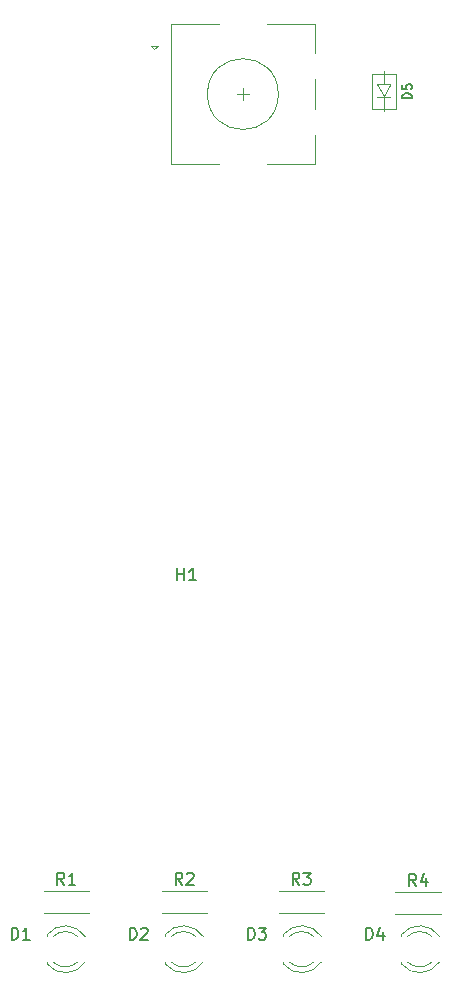
<source format=gto>
G04 #@! TF.GenerationSoftware,KiCad,Pcbnew,(6.0.1-0)*
G04 #@! TF.CreationDate,2023-01-18T10:23:03-08:00*
G04 #@! TF.ProjectId,kicad_port,6b696361-645f-4706-9f72-742e6b696361,rev?*
G04 #@! TF.SameCoordinates,Original*
G04 #@! TF.FileFunction,Legend,Top*
G04 #@! TF.FilePolarity,Positive*
%FSLAX46Y46*%
G04 Gerber Fmt 4.6, Leading zero omitted, Abs format (unit mm)*
G04 Created by KiCad (PCBNEW (6.0.1-0)) date 2023-01-18 10:23:03*
%MOMM*%
%LPD*%
G01*
G04 APERTURE LIST*
%ADD10C,0.150000*%
%ADD11C,0.120000*%
%ADD12R,1.800000X1.800000*%
%ADD13C,1.800000*%
%ADD14C,1.400000*%
%ADD15O,1.400000X1.400000*%
%ADD16O,3.200000X2.000000*%
%ADD17R,2.000000X2.000000*%
%ADD18C,2.000000*%
%ADD19R,1.600000X1.600000*%
%ADD20O,1.600000X1.600000*%
%ADD21C,8.600000*%
%ADD22O,2.000000X1.200000*%
%ADD23C,1.511200*%
%ADD24R,1.700000X1.700000*%
%ADD25O,1.700000X1.700000*%
%ADD26C,6.500000*%
%ADD27O,4.750000X2.250000*%
%ADD28C,1.700000*%
G04 APERTURE END LIST*
D10*
X130421904Y-131582380D02*
X130421904Y-130582380D01*
X130660000Y-130582380D01*
X130802857Y-130630000D01*
X130898095Y-130725238D01*
X130945714Y-130820476D01*
X130993333Y-131010952D01*
X130993333Y-131153809D01*
X130945714Y-131344285D01*
X130898095Y-131439523D01*
X130802857Y-131534761D01*
X130660000Y-131582380D01*
X130421904Y-131582380D01*
X131945714Y-131582380D02*
X131374285Y-131582380D01*
X131660000Y-131582380D02*
X131660000Y-130582380D01*
X131564761Y-130725238D01*
X131469523Y-130820476D01*
X131374285Y-130868095D01*
X140421904Y-131582380D02*
X140421904Y-130582380D01*
X140660000Y-130582380D01*
X140802857Y-130630000D01*
X140898095Y-130725238D01*
X140945714Y-130820476D01*
X140993333Y-131010952D01*
X140993333Y-131153809D01*
X140945714Y-131344285D01*
X140898095Y-131439523D01*
X140802857Y-131534761D01*
X140660000Y-131582380D01*
X140421904Y-131582380D01*
X141374285Y-130677619D02*
X141421904Y-130630000D01*
X141517142Y-130582380D01*
X141755238Y-130582380D01*
X141850476Y-130630000D01*
X141898095Y-130677619D01*
X141945714Y-130772857D01*
X141945714Y-130868095D01*
X141898095Y-131010952D01*
X141326666Y-131582380D01*
X141945714Y-131582380D01*
X150421904Y-131582380D02*
X150421904Y-130582380D01*
X150660000Y-130582380D01*
X150802857Y-130630000D01*
X150898095Y-130725238D01*
X150945714Y-130820476D01*
X150993333Y-131010952D01*
X150993333Y-131153809D01*
X150945714Y-131344285D01*
X150898095Y-131439523D01*
X150802857Y-131534761D01*
X150660000Y-131582380D01*
X150421904Y-131582380D01*
X151326666Y-130582380D02*
X151945714Y-130582380D01*
X151612380Y-130963333D01*
X151755238Y-130963333D01*
X151850476Y-131010952D01*
X151898095Y-131058571D01*
X151945714Y-131153809D01*
X151945714Y-131391904D01*
X151898095Y-131487142D01*
X151850476Y-131534761D01*
X151755238Y-131582380D01*
X151469523Y-131582380D01*
X151374285Y-131534761D01*
X151326666Y-131487142D01*
X160421904Y-131582380D02*
X160421904Y-130582380D01*
X160660000Y-130582380D01*
X160802857Y-130630000D01*
X160898095Y-130725238D01*
X160945714Y-130820476D01*
X160993333Y-131010952D01*
X160993333Y-131153809D01*
X160945714Y-131344285D01*
X160898095Y-131439523D01*
X160802857Y-131534761D01*
X160660000Y-131582380D01*
X160421904Y-131582380D01*
X161850476Y-130915714D02*
X161850476Y-131582380D01*
X161612380Y-130534761D02*
X161374285Y-131249047D01*
X161993333Y-131249047D01*
X134873333Y-126932380D02*
X134540000Y-126456190D01*
X134301904Y-126932380D02*
X134301904Y-125932380D01*
X134682857Y-125932380D01*
X134778095Y-125980000D01*
X134825714Y-126027619D01*
X134873333Y-126122857D01*
X134873333Y-126265714D01*
X134825714Y-126360952D01*
X134778095Y-126408571D01*
X134682857Y-126456190D01*
X134301904Y-126456190D01*
X135825714Y-126932380D02*
X135254285Y-126932380D01*
X135540000Y-126932380D02*
X135540000Y-125932380D01*
X135444761Y-126075238D01*
X135349523Y-126170476D01*
X135254285Y-126218095D01*
X144873333Y-126932380D02*
X144540000Y-126456190D01*
X144301904Y-126932380D02*
X144301904Y-125932380D01*
X144682857Y-125932380D01*
X144778095Y-125980000D01*
X144825714Y-126027619D01*
X144873333Y-126122857D01*
X144873333Y-126265714D01*
X144825714Y-126360952D01*
X144778095Y-126408571D01*
X144682857Y-126456190D01*
X144301904Y-126456190D01*
X145254285Y-126027619D02*
X145301904Y-125980000D01*
X145397142Y-125932380D01*
X145635238Y-125932380D01*
X145730476Y-125980000D01*
X145778095Y-126027619D01*
X145825714Y-126122857D01*
X145825714Y-126218095D01*
X145778095Y-126360952D01*
X145206666Y-126932380D01*
X145825714Y-126932380D01*
X154773333Y-126932380D02*
X154440000Y-126456190D01*
X154201904Y-126932380D02*
X154201904Y-125932380D01*
X154582857Y-125932380D01*
X154678095Y-125980000D01*
X154725714Y-126027619D01*
X154773333Y-126122857D01*
X154773333Y-126265714D01*
X154725714Y-126360952D01*
X154678095Y-126408571D01*
X154582857Y-126456190D01*
X154201904Y-126456190D01*
X155106666Y-125932380D02*
X155725714Y-125932380D01*
X155392380Y-126313333D01*
X155535238Y-126313333D01*
X155630476Y-126360952D01*
X155678095Y-126408571D01*
X155725714Y-126503809D01*
X155725714Y-126741904D01*
X155678095Y-126837142D01*
X155630476Y-126884761D01*
X155535238Y-126932380D01*
X155249523Y-126932380D01*
X155154285Y-126884761D01*
X155106666Y-126837142D01*
X164673333Y-127032380D02*
X164340000Y-126556190D01*
X164101904Y-127032380D02*
X164101904Y-126032380D01*
X164482857Y-126032380D01*
X164578095Y-126080000D01*
X164625714Y-126127619D01*
X164673333Y-126222857D01*
X164673333Y-126365714D01*
X164625714Y-126460952D01*
X164578095Y-126508571D01*
X164482857Y-126556190D01*
X164101904Y-126556190D01*
X165530476Y-126365714D02*
X165530476Y-127032380D01*
X165292380Y-125984761D02*
X165054285Y-126699047D01*
X165673333Y-126699047D01*
X164286904Y-60367976D02*
X163486904Y-60367976D01*
X163486904Y-60177500D01*
X163525000Y-60063214D01*
X163601190Y-59987023D01*
X163677380Y-59948928D01*
X163829761Y-59910833D01*
X163944047Y-59910833D01*
X164096428Y-59948928D01*
X164172619Y-59987023D01*
X164248809Y-60063214D01*
X164286904Y-60177500D01*
X164286904Y-60367976D01*
X163486904Y-59187023D02*
X163486904Y-59567976D01*
X163867857Y-59606071D01*
X163829761Y-59567976D01*
X163791666Y-59491785D01*
X163791666Y-59301309D01*
X163829761Y-59225119D01*
X163867857Y-59187023D01*
X163944047Y-59148928D01*
X164134523Y-59148928D01*
X164210714Y-59187023D01*
X164248809Y-59225119D01*
X164286904Y-59301309D01*
X164286904Y-59491785D01*
X164248809Y-59567976D01*
X164210714Y-59606071D01*
X144447095Y-101152380D02*
X144447095Y-100152380D01*
X144447095Y-100628571D02*
X145018523Y-100628571D01*
X145018523Y-101152380D02*
X145018523Y-100152380D01*
X146018523Y-101152380D02*
X145447095Y-101152380D01*
X145732809Y-101152380D02*
X145732809Y-100152380D01*
X145637571Y-100295238D01*
X145542333Y-100390476D01*
X145447095Y-100438095D01*
D11*
X133410000Y-133480000D02*
X133410000Y-133636000D01*
X133410000Y-131164000D02*
X133410000Y-131320000D01*
X133929039Y-133480000D02*
G75*
G03*
X136011130Y-133479837I1040961J1080000D01*
G01*
X136011130Y-131320163D02*
G75*
G03*
X133929039Y-131320000I-1041130J-1079837D01*
G01*
X133410000Y-133635516D02*
G75*
G03*
X136642335Y-133478608I1560000J1235517D01*
G01*
X136642335Y-131321392D02*
G75*
G03*
X133410000Y-131164484I-1672335J-1078609D01*
G01*
X143410000Y-131164000D02*
X143410000Y-131320000D01*
X143410000Y-133480000D02*
X143410000Y-133636000D01*
X143929039Y-133480000D02*
G75*
G03*
X146011130Y-133479837I1040961J1080000D01*
G01*
X143410000Y-133635516D02*
G75*
G03*
X146642335Y-133478608I1560000J1235517D01*
G01*
X146011130Y-131320163D02*
G75*
G03*
X143929039Y-131320000I-1041130J-1079837D01*
G01*
X146642335Y-131321392D02*
G75*
G03*
X143410000Y-131164484I-1672335J-1078609D01*
G01*
X153410000Y-133480000D02*
X153410000Y-133636000D01*
X153410000Y-131164000D02*
X153410000Y-131320000D01*
X156642335Y-131321392D02*
G75*
G03*
X153410000Y-131164484I-1672335J-1078609D01*
G01*
X153410000Y-133635516D02*
G75*
G03*
X156642335Y-133478608I1560000J1235517D01*
G01*
X156011130Y-131320163D02*
G75*
G03*
X153929039Y-131320000I-1041130J-1079837D01*
G01*
X153929039Y-133480000D02*
G75*
G03*
X156011130Y-133479837I1040961J1080000D01*
G01*
X163410000Y-131164000D02*
X163410000Y-131320000D01*
X163410000Y-133480000D02*
X163410000Y-133636000D01*
X163410000Y-133635516D02*
G75*
G03*
X166642335Y-133478608I1560000J1235517D01*
G01*
X166011130Y-131320163D02*
G75*
G03*
X163929039Y-131320000I-1041130J-1079837D01*
G01*
X163929039Y-133480000D02*
G75*
G03*
X166011130Y-133479837I1040961J1080000D01*
G01*
X166642335Y-131321392D02*
G75*
G03*
X163410000Y-131164484I-1672335J-1078609D01*
G01*
X133120000Y-129320000D02*
X136960000Y-129320000D01*
X133120000Y-127480000D02*
X136960000Y-127480000D01*
X143120000Y-129320000D02*
X146960000Y-129320000D01*
X143120000Y-127480000D02*
X146960000Y-127480000D01*
X153020000Y-127480000D02*
X156860000Y-127480000D01*
X153020000Y-129320000D02*
X156860000Y-129320000D01*
X162920000Y-127580000D02*
X166760000Y-127580000D01*
X162920000Y-129420000D02*
X166760000Y-129420000D01*
X156100000Y-54100000D02*
X156100000Y-56500000D01*
X143900000Y-54100000D02*
X143900000Y-65900000D01*
X156100000Y-63500000D02*
X156100000Y-65900000D01*
X142500000Y-56200000D02*
X142200000Y-55900000D01*
X156100000Y-58700000D02*
X156100000Y-61300000D01*
X149500000Y-60000000D02*
X150500000Y-60000000D01*
X142200000Y-55900000D02*
X142800000Y-55900000D01*
X148000000Y-65900000D02*
X143900000Y-65900000D01*
X156100000Y-65900000D02*
X152000000Y-65900000D01*
X142800000Y-55900000D02*
X142500000Y-56200000D01*
X150000000Y-59500000D02*
X150000000Y-60500000D01*
X152000000Y-54100000D02*
X156100000Y-54100000D01*
X148000000Y-54100000D02*
X143900000Y-54100000D01*
X153000000Y-60000000D02*
G75*
G03*
X153000000Y-60000000I-3000000J0D01*
G01*
X161925000Y-60117500D02*
X162455000Y-59207500D01*
X161915000Y-58057500D02*
X161915000Y-59177500D01*
X162455000Y-60227500D02*
X161375000Y-60227500D01*
X161915000Y-61517500D02*
X161915000Y-60237500D01*
X162925000Y-58267500D02*
X160935000Y-58267500D01*
X162925000Y-61257500D02*
X160925000Y-61257500D01*
X161915000Y-60127500D02*
X161375000Y-59177500D01*
X162925000Y-61247500D02*
X162925000Y-58277500D01*
X162455000Y-59177500D02*
X161375000Y-59177500D01*
X160925000Y-61257500D02*
X160935000Y-58267500D01*
%LPC*%
D12*
X133700000Y-132400000D03*
D13*
X136240000Y-132400000D03*
D12*
X143700000Y-132400000D03*
D13*
X146240000Y-132400000D03*
D12*
X153700000Y-132400000D03*
D13*
X156240000Y-132400000D03*
D12*
X163700000Y-132400000D03*
D13*
X166240000Y-132400000D03*
D14*
X132500000Y-128400000D03*
D15*
X137580000Y-128400000D03*
D14*
X142500000Y-128400000D03*
D15*
X147580000Y-128400000D03*
D14*
X152400000Y-128400000D03*
D15*
X157480000Y-128400000D03*
D14*
X162300000Y-128500000D03*
D15*
X167380000Y-128500000D03*
D16*
X150000000Y-54400000D03*
X150000000Y-65600000D03*
D17*
X142500000Y-57500000D03*
D18*
X142500000Y-62500000D03*
X142500000Y-60000000D03*
X157000000Y-62500000D03*
X157000000Y-57500000D03*
D19*
X161925000Y-62317500D03*
D20*
X161925000Y-57237500D03*
D21*
X150000000Y-106000000D03*
D22*
X192900000Y-55000000D03*
X190900000Y-56250000D03*
X192900000Y-57500000D03*
X190900000Y-58750000D03*
X192900000Y-60000000D03*
X190900000Y-61250000D03*
X192900000Y-62500000D03*
X190900000Y-63750000D03*
X192900000Y-65000000D03*
X190900000Y-66250000D03*
X192900000Y-67500000D03*
X190900000Y-68750000D03*
X192900000Y-70000000D03*
X107000000Y-70000000D03*
X109000000Y-68750000D03*
X107000000Y-67500000D03*
X109000000Y-66250000D03*
X107000000Y-65000000D03*
X109000000Y-63750000D03*
X107000000Y-62500000D03*
X109000000Y-61250000D03*
X107000000Y-60000000D03*
X109000000Y-58750000D03*
X107000000Y-57500000D03*
X109000000Y-56250000D03*
X107000000Y-55000000D03*
D23*
X194950000Y-103000000D03*
X198300000Y-103000000D03*
X193300000Y-104250000D03*
X198300000Y-105500000D03*
X194950000Y-105500000D03*
X193300000Y-106750000D03*
X198300000Y-108000000D03*
X194950000Y-108000000D03*
X193300000Y-109250000D03*
X198300000Y-110500000D03*
X194950000Y-110500000D03*
X193300000Y-111750000D03*
X194950000Y-113000000D03*
X198300000Y-113000000D03*
X193300000Y-114250000D03*
X198300000Y-115500000D03*
X194950000Y-115500000D03*
X193300000Y-116750000D03*
X198300000Y-118000000D03*
X194950000Y-118000000D03*
X101800000Y-118000000D03*
X105150000Y-118000000D03*
X106800000Y-116750000D03*
X101800000Y-115500000D03*
X105150000Y-115500000D03*
X106800000Y-114250000D03*
X105150000Y-113000000D03*
X101800000Y-113000000D03*
X106800000Y-111750000D03*
X105150000Y-110500000D03*
X101800000Y-110500000D03*
X106800000Y-109250000D03*
X105150000Y-108000000D03*
X101800000Y-108000000D03*
X106800000Y-106750000D03*
X105150000Y-105500000D03*
X101800000Y-105500000D03*
X106800000Y-104250000D03*
X105150000Y-103000000D03*
X101800000Y-103000000D03*
D24*
X173800000Y-129000000D03*
D25*
X176340000Y-129000000D03*
X178880000Y-129000000D03*
X181420000Y-129000000D03*
X183960000Y-129000000D03*
X186500000Y-129000000D03*
X189040000Y-129000000D03*
X191580000Y-129000000D03*
X194120000Y-129000000D03*
X196660000Y-129000000D03*
D24*
X126200000Y-129000000D03*
D25*
X123660000Y-129000000D03*
X121120000Y-129000000D03*
X118580000Y-129000000D03*
X116040000Y-129000000D03*
X113500000Y-129000000D03*
X110960000Y-129000000D03*
X108420000Y-129000000D03*
X105880000Y-129000000D03*
X103340000Y-129000000D03*
D26*
X150000000Y-74500000D03*
D27*
X109700000Y-97600000D03*
X190300000Y-97600000D03*
D24*
X165839000Y-98425000D03*
D28*
X163299000Y-98425000D03*
X160759000Y-98425000D03*
X158219000Y-98425000D03*
X155679000Y-98425000D03*
X153139000Y-98425000D03*
X150599000Y-98425000D03*
X148059000Y-98425000D03*
X145519000Y-98425000D03*
X142979000Y-98425000D03*
X140439000Y-98425000D03*
X137899000Y-98425000D03*
X135359000Y-98425000D03*
X132819000Y-98425000D03*
X130279000Y-98425000D03*
X127739000Y-98425000D03*
X125199000Y-98425000D03*
X122659000Y-98425000D03*
X120119000Y-98425000D03*
X117579000Y-98425000D03*
X117579000Y-83185000D03*
X120119000Y-83185000D03*
X122659000Y-83185000D03*
X125199000Y-83185000D03*
X127739000Y-83185000D03*
X130279000Y-83185000D03*
X132819000Y-83185000D03*
X135359000Y-83185000D03*
X137899000Y-83185000D03*
X140439000Y-83185000D03*
X142979000Y-83185000D03*
X145519000Y-83185000D03*
X148059000Y-83185000D03*
X150599000Y-83185000D03*
X153139000Y-83185000D03*
X155679000Y-83185000D03*
X158219000Y-83185000D03*
X160759000Y-83185000D03*
X163299000Y-83185000D03*
X165839000Y-83185000D03*
X121390000Y-86993000D03*
X121390000Y-89533000D03*
X121390000Y-92073000D03*
X121390000Y-94613000D03*
M02*

</source>
